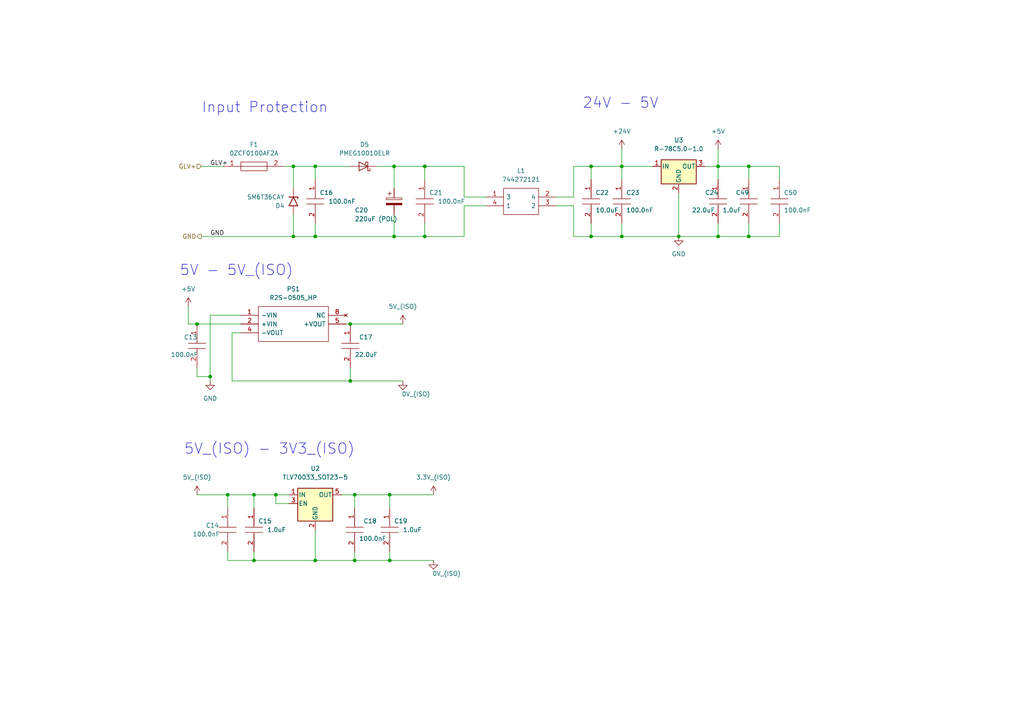
<source format=kicad_sch>
(kicad_sch (version 20211123) (generator eeschema)
  (paper "A4")
  (lib_symbols
    (symbol "0V_(ISO)_1" (power) (pin_names (offset 0))
      (property "Value" "0V_(ISO)_1" (at 0 -5.08 0))
      (symbol "0V_(ISO)_1_0_1"
        (polyline (pts (xy 0 0) (xy 0 -1.27) (xy 1.27 -1.27) (xy 0 -2.54) (xy -1.27 -1.27) (xy 0 -1.27)))
      )
      (symbol "0V_(ISO)_1_1_1"
        (pin power_in line (at 0 0 270) (length 0) hide (name "0V_(ISO)") (number "1"))
      )
    )
    (symbol "0ZCF0100AF2A:0ZCF0100AF2A" (pin_names (offset 0.762))
      (property "Reference" "F" (at 13.97 6.35 0))
      (property "Value" "0ZCF0100AF2A" (at 13.97 3.81 0))
      (symbol "0ZCF0100AF2A_0_0"
        (pin passive line (at 0 0 0) (length 5.08) (name "~") (number "1"))
        (pin passive line (at 17.78 0 180) (length 5.08) (name "~") (number "2"))
      )
      (symbol "0ZCF0100AF2A_0_1"
        (polyline (pts (xy 5.08 0) (xy 12.7 0)) (stroke (width 0.1524)))
        (polyline (pts (xy 5.08 1.27) (xy 12.7 1.27) (xy 12.7 -1.27) (xy 5.08 -1.27) (xy 5.08 1.27)) (stroke (width 0.1524)))
      )
    )
    (symbol "5V_(ISO)_1" (power) (pin_names (offset 0))
      (property "Value" "5V_(ISO)_1" (at 0 5.08 0))
      (symbol "5V_(ISO)_1_0_1"
        (polyline (pts (xy -0.762 1.27) (xy 0 2.54)))
        (polyline (pts (xy 0 0) (xy 0 2.54)))
        (polyline (pts (xy 0 2.54) (xy 0.762 1.27)))
      )
      (symbol "5V_(ISO)_1_1_1"
        (pin power_in line (at 0 0 90) (length 0) hide (name "5V_(ISO)") (number "1"))
      )
    )
    (symbol "744272121:744272121" (pin_names (offset 0.762))
      (property "Reference" "L" (at 16.51 7.62 0))
      (property "Value" "744272121" (at 16.51 5.08 0))
      (symbol "744272121_0_0"
        (pin passive line (at 0 0 0) (length 5.08) (name "3") (number "1"))
        (pin passive line (at 20.32 0 180) (length 5.08) (name "4") (number "2"))
        (pin passive line (at 20.32 -2.54 180) (length 5.08) (name "2") (number "3"))
        (pin passive line (at 0 -2.54 0) (length 5.08) (name "1") (number "4"))
      )
      (symbol "744272121_0_1"
        (polyline (pts (xy 5.08 2.54) (xy 15.24 2.54) (xy 15.24 -5.08) (xy 5.08 -5.08) (xy 5.08 2.54)) (stroke (width 0.1524)))
      )
    )
    (symbol "BMS_Library:CC0805JRX7R8BB104" (pin_names (offset 0.762))
      (property "Reference" "C" (at 8.89 6.35 0))
      (property "Value" "CC0805JRX7R8BB104" (at 8.89 3.81 0))
      (symbol "CC0805JRX7R8BB104_0_0"
        (pin passive line (at 0 0 0) (length 5.08) (name "~") (number "1"))
        (pin passive line (at 12.7 0 180) (length 5.08) (name "~") (number "2"))
      )
      (symbol "CC0805JRX7R8BB104_0_1"
        (polyline (pts (xy 5.08 0) (xy 5.588 0)) (stroke (width 0.1524)))
        (polyline (pts (xy 5.588 2.54) (xy 5.588 -2.54)) (stroke (width 0.1524)))
        (polyline (pts (xy 7.112 0) (xy 7.62 0)) (stroke (width 0.1524)))
        (polyline (pts (xy 7.112 2.54) (xy 7.112 -2.54)) (stroke (width 0.1524)))
      )
    )
    (symbol "Custom Power:+24V" (power) (pin_names (offset 0))
      (property "Value" "+24V" (at 0 3.556 0))
      (symbol "+24V_0_1"
        (polyline (pts (xy -0.762 1.27) (xy 0 2.54)))
        (polyline (pts (xy 0 0) (xy 0 2.54)))
        (polyline (pts (xy 0 2.54) (xy 0.762 1.27)))
      )
      (symbol "+24V_1_1"
        (pin power_in line (at 0 0 90) (length 0) hide (name "+24V") (number "1"))
      )
    )
    (symbol "Custom Power:+5V" (power) (pin_names (offset 0))
      (property "Value" "+5V" (at 0 3.556 0))
      (symbol "+5V_0_1"
        (polyline (pts (xy -0.762 1.27) (xy 0 2.54)))
        (polyline (pts (xy 0 0) (xy 0 2.54)))
        (polyline (pts (xy 0 2.54) (xy 0.762 1.27)))
      )
      (symbol "+5V_1_1"
        (pin power_in line (at 0 0 90) (length 0) hide (name "+5V") (number "1"))
      )
    )
    (symbol "Custom Power:3.3V_(ISO)" (power) (pin_names (offset 0))
      (property "Value" "3.3V_(ISO)" (at 0 3.556 0))
      (symbol "3.3V_(ISO)_0_1"
        (polyline (pts (xy -0.762 1.27) (xy 0 2.54)))
        (polyline (pts (xy 0 0) (xy 0 2.54)))
        (polyline (pts (xy 0 2.54) (xy 0.762 1.27)))
      )
      (symbol "3.3V_(ISO)_1_1"
        (pin power_in line (at 0 0 90) (length 0) hide (name "3.3V_(ISO)") (number "1"))
      )
    )
    (symbol "Custom Power:5V_(ISO)" (power) (pin_names (offset 0))
      (property "Value" "5V_(ISO)" (at 0 3.556 0))
      (symbol "5V_(ISO)_0_1"
        (polyline (pts (xy -0.762 1.27) (xy 0 2.54)))
        (polyline (pts (xy 0 0) (xy 0 2.54)))
        (polyline (pts (xy 0 2.54) (xy 0.762 1.27)))
      )
      (symbol "5V_(ISO)_1_1"
        (pin power_in line (at 0 0 90) (length 0) hide (name "5V_(ISO)") (number "1"))
      )
    )
    (symbol "Device:C_Polarized" (pin_numbers hide) (pin_names (offset 0.254))
      (property "Reference" "C" (at 0.635 2.54 0))
      (property "Value" "C_Polarized" (at 0.635 -2.54 0))
      (symbol "C_Polarized_0_1"
        (rectangle (start -2.286 0.508) (end 2.286 1.016))
        (polyline (pts (xy -1.778 2.286) (xy -0.762 2.286)))
        (polyline (pts (xy -1.27 2.794) (xy -1.27 1.778)))
        (rectangle (start 2.286 -0.508) (end -2.286 -1.016) (fill (type outline)))
      )
      (symbol "C_Polarized_1_1"
        (pin passive line (at 0 3.81 270) (length 2.794) (name "~") (number "1"))
        (pin passive line (at 0 -3.81 90) (length 2.794) (name "~") (number "2"))
      )
    )
    (symbol "Diode:PMEG10010ELR" (pin_numbers hide) (pin_names hide)
      (property "Reference" "D" (at 0 2.54 0))
      (property "Value" "PMEG10010ELR" (at 0 -2.54 0))
      (symbol "PMEG10010ELR_0_1"
        (polyline (pts (xy 1.27 0) (xy -1.27 0)))
        (polyline (pts (xy 1.27 1.27) (xy 1.27 -1.27) (xy -1.27 0) (xy 1.27 1.27)) (stroke (width 0.2032)))
        (polyline (pts (xy -1.905 0.635) (xy -1.905 1.27) (xy -1.27 1.27) (xy -1.27 -1.27) (xy -0.635 -1.27) (xy -0.635 -0.635)) (stroke (width 0.2032)))
      )
      (symbol "PMEG10010ELR_1_1"
        (pin passive line (at -3.81 0 0) (length 2.54) (name "K") (number "1"))
        (pin passive line (at 3.81 0 180) (length 2.54) (name "A") (number "2"))
      )
    )
    (symbol "Diode:SM6T36A" (pin_numbers hide) (pin_names (offset 1.016) hide)
      (property "Reference" "D" (at 0 2.54 0))
      (property "Value" "SM6T36A" (at 0 -2.54 0))
      (symbol "SM6T36A_0_1"
        (polyline (pts (xy -0.762 1.27) (xy -1.27 1.27) (xy -1.27 -1.27)) (stroke (width 0.254)))
        (polyline (pts (xy 1.27 1.27) (xy 1.27 -1.27) (xy -1.27 0) (xy 1.27 1.27)) (stroke (width 0.254)))
      )
      (symbol "SM6T36A_1_1"
        (pin passive line (at -3.81 0 0) (length 2.54) (name "A1") (number "1"))
        (pin passive line (at 3.81 0 180) (length 2.54) (name "A2") (number "2"))
      )
    )
    (symbol "R2S-0505_HP:R2S-0505_HP" (pin_names (offset 0.762))
      (property "Reference" "PS" (at 26.67 7.62 0))
      (property "Value" "R2S-0505_HP" (at 26.67 5.08 0))
      (symbol "R2S-0505_HP_0_0"
        (pin passive line (at 0 0 0) (length 5.08) (name "-VIN") (number "1"))
        (pin passive line (at 0 -2.54 0) (length 5.08) (name "+VIN") (number "2"))
        (pin passive line (at 0 -5.08 0) (length 5.08) (name "-VOUT") (number "4"))
        (pin passive line (at 30.48 -2.54 180) (length 5.08) (name "+VOUT") (number "5"))
        (pin no_connect line (at 30.48 0 180) (length 5.08) (name "NC") (number "8"))
      )
      (symbol "R2S-0505_HP_0_1"
        (polyline (pts (xy 5.08 2.54) (xy 25.4 2.54) (xy 25.4 -7.62) (xy 5.08 -7.62) (xy 5.08 2.54)) (stroke (width 0.1524)))
      )
    )
    (symbol "Regulator_Linear:TLV70033_SOT23-5" (pin_names (offset 0.254))
      (property "Reference" "U" (at -3.81 5.715 0))
      (property "Value" "TLV70033_SOT23-5" (at 0 5.715 0))
      (symbol "TLV70033_SOT23-5_0_1"
        (rectangle (start -5.08 4.445) (end 5.08 -5.08) (stroke (width 0.254)) (fill (type background)))
      )
      (symbol "TLV70033_SOT23-5_1_1"
        (pin power_in line (at -7.62 2.54 0) (length 2.54) (name "IN") (number "1"))
        (pin power_in line (at 0 -7.62 90) (length 2.54) (name "GND") (number "2"))
        (pin input line (at -7.62 0 0) (length 2.54) (name "EN") (number "3"))
        (pin no_connect line (at 5.08 0 180) (length 2.54) hide (name "NC") (number "4"))
        (pin power_out line (at 7.62 2.54 180) (length 2.54) (name "OUT") (number "5"))
      )
    )
    (symbol "Regulator_Switching:R-78C5.0-1.0" (pin_names (offset 0.254))
      (property "Reference" "U" (at -3.81 3.175 0))
      (property "Value" "R-78C5.0-1.0" (at 0 3.175 0))
      (symbol "R-78C5.0-1.0_0_1"
        (rectangle (start -5.08 1.905) (end 5.08 -5.08) (stroke (width 0.254)) (fill (type background)))
      )
      (symbol "R-78C5.0-1.0_1_1"
        (pin power_in line (at -7.62 0 0) (length 2.54) (name "IN") (number "1"))
        (pin power_in line (at 0 -7.62 90) (length 2.54) (name "GND") (number "2"))
        (pin power_out line (at 7.62 0 180) (length 2.54) (name "OUT") (number "3"))
      )
    )
    (symbol "power:GND" (power) (pin_names (offset 0))
      (property "Value" "GND" (at 0 -3.81 0))
      (symbol "GND_0_1"
        (polyline (pts (xy 0 0) (xy 0 -1.27) (xy 1.27 -1.27) (xy 0 -2.54) (xy -1.27 -1.27) (xy 0 -1.27)))
      )
      (symbol "GND_1_1"
        (pin power_in line (at 0 0 270) (length 0) hide (name "GND") (number "1"))
      )
    )
  )
  (junction (at 73.66 143.51))
  (junction (at 180.34 48.26))
  (junction (at 91.44 162.56))
  (junction (at 91.44 68.58))
  (junction (at 101.6 110.49))
  (junction (at 101.6 93.98))
  (junction (at 123.19 48.26))
  (junction (at 171.45 48.26))
  (junction (at 208.28 68.58))
  (junction (at 80.01 143.51))
  (junction (at 196.85 68.58))
  (junction (at 217.17 48.26))
  (junction (at 217.17 68.58))
  (junction (at 114.3 68.58))
  (junction (at 102.87 162.56))
  (junction (at 85.09 68.58))
  (junction (at 113.03 162.56))
  (junction (at 66.04 143.51))
  (junction (at 208.28 48.26))
  (junction (at 57.15 93.98))
  (junction (at 180.34 68.58))
  (junction (at 114.3 48.26))
  (junction (at 123.19 68.58))
  (junction (at 102.87 143.51))
  (junction (at 85.09 48.26))
  (junction (at 73.66 162.56))
  (junction (at 91.44 48.26))
  (junction (at 113.03 143.51))
  (junction (at 60.96 109.22))
  (junction (at 171.45 68.58))
  (wire (pts (xy 85.09 48.26) (xy 85.09 54.61)))
  (wire (pts (xy 180.34 64.77) (xy 180.34 68.58)))
  (wire (pts (xy 113.03 160.02) (xy 113.03 162.56)))
  (wire (pts (xy 196.85 55.88) (xy 196.85 68.58)))
  (wire (pts (xy 102.87 143.51) (xy 113.03 143.51)))
  (wire (pts (xy 208.28 64.77) (xy 208.28 68.58)))
  (wire (pts (xy 102.87 143.51) (xy 102.87 147.32)))
  (wire (pts (xy 66.04 143.51) (xy 66.04 147.32)))
  (wire (pts (xy 102.87 160.02) (xy 102.87 162.56)))
  (wire (pts (xy 83.82 146.05) (xy 80.01 146.05)))
  (wire (pts (xy 73.66 160.02) (xy 73.66 162.56)))
  (wire (pts (xy 166.37 57.15) (xy 166.37 48.26)))
  (wire (pts (xy 57.15 106.68) (xy 57.15 109.22)))
  (wire (pts (xy 180.34 48.26) (xy 189.23 48.26)))
  (wire (pts (xy 91.44 153.67) (xy 91.44 162.56)))
  (wire (pts (xy 208.28 68.58) (xy 196.85 68.58)))
  (wire (pts (xy 171.45 48.26) (xy 180.34 48.26)))
  (wire (pts (xy 91.44 68.58) (xy 114.3 68.58)))
  (wire (pts (xy 208.28 48.26) (xy 217.17 48.26)))
  (wire (pts (xy 204.47 48.26) (xy 208.28 48.26)))
  (wire (pts (xy 123.19 48.26) (xy 123.19 52.07)))
  (wire (pts (xy 67.31 96.52) (xy 67.31 110.49)))
  (wire (pts (xy 140.97 59.69) (xy 134.62 59.69)))
  (wire (pts (xy 58.42 68.58) (xy 85.09 68.58)))
  (wire (pts (xy 217.17 52.07) (xy 217.17 48.26)))
  (wire (pts (xy 101.6 106.68) (xy 101.6 110.49)))
  (wire (pts (xy 66.04 162.56) (xy 73.66 162.56)))
  (wire (pts (xy 101.6 110.49) (xy 116.84 110.49)))
  (wire (pts (xy 208.28 43.18) (xy 208.28 48.26)))
  (wire (pts (xy 54.61 93.98) (xy 57.15 93.98)))
  (wire (pts (xy 66.04 143.51) (xy 73.66 143.51)))
  (wire (pts (xy 123.19 68.58) (xy 134.62 68.58)))
  (wire (pts (xy 54.61 88.9) (xy 54.61 93.98)))
  (wire (pts (xy 171.45 68.58) (xy 166.37 68.58)))
  (wire (pts (xy 80.01 143.51) (xy 83.82 143.51)))
  (wire (pts (xy 91.44 162.56) (xy 102.87 162.56)))
  (wire (pts (xy 114.3 48.26) (xy 114.3 54.61)))
  (wire (pts (xy 91.44 48.26) (xy 101.6 48.26)))
  (wire (pts (xy 123.19 64.77) (xy 123.19 68.58)))
  (wire (pts (xy 140.97 57.15) (xy 134.62 57.15)))
  (wire (pts (xy 99.06 143.51) (xy 102.87 143.51)))
  (wire (pts (xy 100.33 93.98) (xy 101.6 93.98)))
  (wire (pts (xy 161.29 57.15) (xy 166.37 57.15)))
  (wire (pts (xy 114.3 48.26) (xy 123.19 48.26)))
  (wire (pts (xy 73.66 143.51) (xy 80.01 143.51)))
  (wire (pts (xy 226.06 68.58) (xy 217.17 68.58)))
  (wire (pts (xy 60.96 109.22) (xy 60.96 110.49)))
  (wire (pts (xy 85.09 48.26) (xy 91.44 48.26)))
  (wire (pts (xy 102.87 162.56) (xy 113.03 162.56)))
  (wire (pts (xy 60.96 91.44) (xy 60.96 109.22)))
  (wire (pts (xy 114.3 68.58) (xy 123.19 68.58)))
  (wire (pts (xy 113.03 143.51) (xy 125.73 143.51)))
  (wire (pts (xy 101.6 93.98) (xy 116.84 93.98)))
  (wire (pts (xy 161.29 59.69) (xy 166.37 59.69)))
  (wire (pts (xy 109.22 48.26) (xy 114.3 48.26)))
  (wire (pts (xy 134.62 48.26) (xy 134.62 57.15)))
  (wire (pts (xy 217.17 64.77) (xy 217.17 68.58)))
  (wire (pts (xy 134.62 59.69) (xy 134.62 68.58)))
  (wire (pts (xy 217.17 48.26) (xy 226.06 48.26)))
  (wire (pts (xy 196.85 68.58) (xy 180.34 68.58)))
  (wire (pts (xy 166.37 48.26) (xy 171.45 48.26)))
  (wire (pts (xy 57.15 109.22) (xy 60.96 109.22)))
  (wire (pts (xy 73.66 143.51) (xy 73.66 147.32)))
  (wire (pts (xy 114.3 62.23) (xy 114.3 68.58)))
  (wire (pts (xy 57.15 143.51) (xy 66.04 143.51)))
  (wire (pts (xy 73.66 162.56) (xy 91.44 162.56)))
  (wire (pts (xy 113.03 162.56) (xy 125.73 162.56)))
  (wire (pts (xy 166.37 68.58) (xy 166.37 59.69)))
  (wire (pts (xy 208.28 48.26) (xy 208.28 52.07)))
  (wire (pts (xy 66.04 160.02) (xy 66.04 162.56)))
  (wire (pts (xy 91.44 64.77) (xy 91.44 68.58)))
  (wire (pts (xy 60.96 91.44) (xy 69.85 91.44)))
  (wire (pts (xy 180.34 52.07) (xy 180.34 48.26)))
  (wire (pts (xy 67.31 96.52) (xy 69.85 96.52)))
  (wire (pts (xy 134.62 48.26) (xy 123.19 48.26)))
  (wire (pts (xy 226.06 52.07) (xy 226.06 48.26)))
  (wire (pts (xy 57.15 93.98) (xy 69.85 93.98)))
  (wire (pts (xy 217.17 68.58) (xy 208.28 68.58)))
  (wire (pts (xy 80.01 143.51) (xy 80.01 146.05)))
  (wire (pts (xy 113.03 143.51) (xy 113.03 147.32)))
  (wire (pts (xy 171.45 48.26) (xy 171.45 52.07)))
  (wire (pts (xy 171.45 68.58) (xy 180.34 68.58)))
  (wire (pts (xy 58.42 48.26) (xy 64.77 48.26)))
  (wire (pts (xy 171.45 64.77) (xy 171.45 68.58)))
  (wire (pts (xy 226.06 64.77) (xy 226.06 68.58)))
  (wire (pts (xy 82.55 48.26) (xy 85.09 48.26)))
  (wire (pts (xy 180.34 43.18) (xy 180.34 48.26)))
  (wire (pts (xy 85.09 62.23) (xy 85.09 68.58)))
  (wire (pts (xy 101.6 110.49) (xy 67.31 110.49)))
  (wire (pts (xy 91.44 48.26) (xy 91.44 52.07)))
  (wire (pts (xy 85.09 68.58) (xy 91.44 68.58)))
  (text "5V_(ISO) - 3V3_(ISO)\n" (at 53.34 132.08 0) (effects (font (size 3 3)) (justify left bottom)))
  (text "Input Protection " (at 58.42 33.02 0) (effects (font (size 3 3)) (justify left bottom)))
  (text "5V - 5V_(ISO)\n\n" (at 52.07 85.09 0) (effects (font (size 3 3)) (justify left bottom)))
  (text "24V - 5V\n" (at 168.91 31.75 0) (effects (font (size 3 3)) (justify left bottom)))
  (label "GND" (at 60.96 68.58 0))
  (label "GLV+" (at 60.96 48.26 0))
  (hierarchical_label "GND" (shape output) (at 58.42 68.58 180))
  (hierarchical_label "GLV+" (shape input) (at 58.42 48.26 180))
  (symbol (lib_id "Custom Power:+5V") (at 208.28 43.18 0) (unit 1)
    (property "Reference" "#PWR0188" (effects hide))
    (property "Value" "+5V" (at 208.28 38.1 0))
  )
  (symbol (lib_id "BMS_Library:CC0805JRX7R8BB104") (at 171.45 52.07 270) (unit 1)
    (property "Reference" "C22" (at 172.72 55.88 90) (effects (justify left)))
    (property "Value" "10.0uF" (at 172.72 60.96 90) (effects (justify left)))
    (property "Footprint" "Capacitor_SMD:C_0603_1608Metric_Pad1.08x0.95mm_HandSolder" (effects hide))
    (property "Datasheet" "https://www.yageo.com/upload/media/product/productsearch/datasheet/mlcc/UPY-GPHC_X7R_6.3V-to-50V_20.pdf" (effects hide))
    (property "Description" "YAGEO - CC0805JRX7R8BB104 - SMD Multilayer Ceramic Capacitor, 0.1 F, 25 V, 0805 [2012 Metric], +/- 5%, X7R, CC Series" (effects hide))
    (property "Height" "0.95" (effects hide))
    (property "Manufacturer_Name" "YAGEO" (effects hide))
    (property "Manufacturer_Part_Number" "CC0805JRX7R8BB104" (effects hide))
    (property "Mouser Part Number" "603-CC805JRX7R8BB104" (effects hide))
    (property "Mouser Price/Stock" "https://www.mouser.co.uk/ProductDetail/YAGEO/CC0805JRX7R8BB104?qs=AgBp2OyFlx%252BZU4KTc42Krw%3D%3D" (effects hide))
    (property "Arrow Part Number" "CC0805JRX7R8BB104" (effects hide))
    (property "Arrow Price/Stock" "https://www.arrow.com/en/products/cc0805jrx7r8bb104/yageo?region=nac" (effects hide))
  )
  (symbol (lib_id "BMS_Library:CC0805JRX7R8BB104") (at 101.6 93.98 270) (unit 1)
    (property "Reference" "C17" (at 104.14 97.79 90) (effects (justify left)))
    (property "Value" "22.0uF" (at 102.87 102.87 90) (effects (justify left)))
    (property "Footprint" "Capacitor_SMD:C_0805_2012Metric_Pad1.18x1.45mm_HandSolder" (effects hide))
    (property "Datasheet" "https://www.yageo.com/upload/media/product/productsearch/datasheet/mlcc/UPY-GPHC_X7R_6.3V-to-50V_20.pdf" (effects hide))
    (property "Description" "YAGEO - CC0805JRX7R8BB104 - SMD Multilayer Ceramic Capacitor, 0.1 F, 25 V, 0805 [2012 Metric], +/- 5%, X7R, CC Series" (effects hide))
    (property "Height" "0.95" (effects hide))
    (property "Manufacturer_Name" "YAGEO" (effects hide))
    (property "Manufacturer_Part_Number" "CC0805JRX7R8BB104" (effects hide))
    (property "Mouser Part Number" "603-CC805JRX7R8BB104" (effects hide))
    (property "Mouser Price/Stock" "https://www.mouser.co.uk/ProductDetail/YAGEO/CC0805JRX7R8BB104?qs=AgBp2OyFlx%252BZU4KTc42Krw%3D%3D" (effects hide))
    (property "Arrow Part Number" "CC0805JRX7R8BB104" (effects hide))
    (property "Arrow Price/Stock" "https://www.arrow.com/en/products/cc0805jrx7r8bb104/yageo?region=nac" (effects hide))
  )
  (symbol (lib_id "744272121:744272121") (at 140.97 57.15 0) (unit 1)
    (property "Reference" "L1" (at 151.13 49.53 0))
    (property "Value" "744272121" (at 151.13 52.07 0))
    (property "Footprint" "BMS_Library:WE-SL575" (effects hide))
    (property "Datasheet" "http://componentsearchengine.com/Datasheets/1/744272121.pdf" (effects hide))
    (property "Description" "Wurth WE-SL5 Series Wire-wound SMD Inductor with a Ferrite Core, 120 uH +/-40% Sectional Winding 2500mA Idc" (effects hide))
    (property "Manufacturer_Name" "Wurth Elektronik" (effects hide))
    (property "Manufacturer_Part_Number" "744272121" (effects hide))
    (property "Mouser Part Number" "710-744272121" (effects hide))
    (property "Mouser Price/Stock" "https://www.mouser.co.uk/ProductDetail/Wurth-Elektronik/744272121?qs=PGXP4M47uW7bXHmb3ZYlsQ%3D%3D" (effects hide))
  )
  (symbol (lib_id "BMS_Library:CC0805JRX7R8BB104") (at 91.44 52.07 270) (unit 1)
    (property "Reference" "C16" (at 92.71 55.88 90) (effects (justify left)))
    (property "Value" "100.0nF" (at 95.25 58.42 90) (effects (justify left)))
    (property "Footprint" "Capacitor_SMD:C_0805_2012Metric_Pad1.18x1.45mm_HandSolder" (effects hide))
    (property "Datasheet" "https://www.yageo.com/upload/media/product/productsearch/datasheet/mlcc/UPY-GPHC_X7R_6.3V-to-50V_20.pdf" (effects hide))
    (property "Description" "YAGEO - CC0805JRX7R8BB104 - SMD Multilayer Ceramic Capacitor, 0.1 F, 25 V, 0805 [2012 Metric], +/- 5%, X7R, CC Series" (effects hide))
    (property "Height" "0.95" (effects hide))
    (property "Manufacturer_Name" "YAGEO" (effects hide))
    (property "Manufacturer_Part_Number" "CC0805JRX7R8BB104" (effects hide))
    (property "Mouser Part Number" "603-CC805JRX7R8BB104" (effects hide))
    (property "Mouser Price/Stock" "https://www.mouser.co.uk/ProductDetail/YAGEO/CC0805JRX7R8BB104?qs=AgBp2OyFlx%252BZU4KTc42Krw%3D%3D" (effects hide))
    (property "Arrow Part Number" "CC0805JRX7R8BB104" (effects hide))
    (property "Arrow Price/Stock" "https://www.arrow.com/en/products/cc0805jrx7r8bb104/yageo?region=nac" (effects hide))
  )
  (symbol (lib_id "BMS_Library:CC0805JRX7R8BB104") (at 66.04 147.32 270) (unit 1)
    (property "Reference" "C14" (at 59.69 152.4 90) (effects (justify left)))
    (property "Value" "100.0nF" (at 55.88 154.94 90) (effects (justify left)))
    (property "Footprint" "Capacitor_SMD:C_0603_1608Metric_Pad1.08x0.95mm_HandSolder" (effects hide))
    (property "Datasheet" "https://www.yageo.com/upload/media/product/productsearch/datasheet/mlcc/UPY-GPHC_X7R_6.3V-to-50V_20.pdf" (effects hide))
    (property "Description" "YAGEO - CC0805JRX7R8BB104 - SMD Multilayer Ceramic Capacitor, 0.1 F, 25 V, 0805 [2012 Metric], +/- 5%, X7R, CC Series" (effects hide))
    (property "Height" "0.95" (effects hide))
    (property "Manufacturer_Name" "YAGEO" (effects hide))
    (property "Manufacturer_Part_Number" "CC0805JRX7R8BB104" (effects hide))
    (property "Mouser Part Number" "603-CC805JRX7R8BB104" (effects hide))
    (property "Mouser Price/Stock" "https://www.mouser.co.uk/ProductDetail/YAGEO/CC0805JRX7R8BB104?qs=AgBp2OyFlx%252BZU4KTc42Krw%3D%3D" (effects hide))
    (property "Arrow Part Number" "CC0805JRX7R8BB104" (effects hide))
    (property "Arrow Price/Stock" "https://www.arrow.com/en/products/cc0805jrx7r8bb104/yageo?region=nac" (effects hide))
  )
  (symbol (lib_id "Diode:PMEG10010ELR") (at 105.41 48.26 180) (unit 1)
    (property "Reference" "D5" (at 105.7275 41.91 0))
    (property "Value" "PMEG10010ELR" (at 105.7275 44.45 0))
    (property "Footprint" "Diode_SMD:Nexperia_CFP3_SOD-123W" (effects hide))
    (property "Datasheet" "https://assets.nexperia.com/documents/data-sheet/PMEG10010ELR.pdf" (effects hide))
  )
  (symbol (lib_name "0V_(ISO)_1") (lib_id "Custom Power:0V_(ISO)") (at 125.73 162.56 0) (unit 1)
    (property "Reference" "#PWR0125" (effects hide))
    (property "Value" "0V_(ISO)" (at 129.54 166.37 0))
  )
  (symbol (lib_id "0ZCF0100AF2A:0ZCF0100AF2A") (at 64.77 48.26 0) (unit 1)
    (property "Reference" "F1" (at 73.66 41.91 0))
    (property "Value" "0ZCF0100AF2A" (at 73.66 44.45 0))
    (property "Footprint" "BMS_Library:FUSC7451X170N" (effects hide))
    (property "Datasheet" "https://componentsearchengine.com/Datasheets/1/0ZCF0100AF2A.pdf" (effects hide))
    (property "Description" "Resettable Fuses - PPTC 1A 60V PPTC 2920 SMD" (effects hide))
    (property "Height" "1.7" (effects hide))
    (property "Manufacturer_Name" "BelFuse" (effects hide))
    (property "Manufacturer_Part_Number" "0ZCF0100AF2A" (effects hide))
    (property "Mouser Part Number" "530-0ZCF0100AF2A" (effects hide))
    (property "Mouser Price/Stock" "https://www.mouser.co.uk/ProductDetail/Bel-Fuse/0ZCF0100AF2A?qs=jyPKP7YLNfDyY7GbSCl%252BVQ%3D%3D" (effects hide))
    (property "Arrow Part Number" "0ZCF0100AF2A" (effects hide))
    (property "Arrow Price/Stock" "https://www.arrow.com/en/products/0zcf0100af2a/bel-group" (effects hide))
  )
  (symbol (lib_id "BMS_Library:CC0805JRX7R8BB104") (at 180.34 52.07 270) (unit 1)
    (property "Reference" "C23" (at 181.61 55.88 90) (effects (justify left)))
    (property "Value" "100.0nF" (at 181.61 60.96 90) (effects (justify left)))
    (property "Footprint" "Capacitor_SMD:C_0603_1608Metric_Pad1.08x0.95mm_HandSolder" (effects hide))
    (property "Datasheet" "https://www.yageo.com/upload/media/product/productsearch/datasheet/mlcc/UPY-GPHC_X7R_6.3V-to-50V_20.pdf" (effects hide))
    (property "Description" "YAGEO - CC0805JRX7R8BB104 - SMD Multilayer Ceramic Capacitor, 0.1 F, 25 V, 0805 [2012 Metric], +/- 5%, X7R, CC Series" (effects hide))
    (property "Height" "0.95" (effects hide))
    (property "Manufacturer_Name" "YAGEO" (effects hide))
    (property "Manufacturer_Part_Number" "CC0805JRX7R8BB104" (effects hide))
    (property "Mouser Part Number" "603-CC805JRX7R8BB104" (effects hide))
    (property "Mouser Price/Stock" "https://www.mouser.co.uk/ProductDetail/YAGEO/CC0805JRX7R8BB104?qs=AgBp2OyFlx%252BZU4KTc42Krw%3D%3D" (effects hide))
    (property "Arrow Part Number" "CC0805JRX7R8BB104" (effects hide))
    (property "Arrow Price/Stock" "https://www.arrow.com/en/products/cc0805jrx7r8bb104/yageo?region=nac" (effects hide))
  )
  (symbol (lib_id "BMS_Library:CC0805JRX7R8BB104") (at 113.03 147.32 270) (unit 1)
    (property "Reference" "C19" (at 114.3 151.13 90) (effects (justify left)))
    (property "Value" "1.0uF" (at 116.84 153.67 90) (effects (justify left)))
    (property "Footprint" "Capacitor_SMD:C_0603_1608Metric_Pad1.08x0.95mm_HandSolder" (effects hide))
    (property "Datasheet" "https://www.yageo.com/upload/media/product/productsearch/datasheet/mlcc/UPY-GPHC_X7R_6.3V-to-50V_20.pdf" (effects hide))
    (property "Description" "YAGEO - CC0805JRX7R8BB104 - SMD Multilayer Ceramic Capacitor, 0.1 F, 25 V, 0805 [2012 Metric], +/- 5%, X7R, CC Series" (effects hide))
    (property "Height" "0.95" (effects hide))
    (property "Manufacturer_Name" "YAGEO" (effects hide))
    (property "Manufacturer_Part_Number" "CC0805JRX7R8BB104" (effects hide))
    (property "Mouser Part Number" "603-CC805JRX7R8BB104" (effects hide))
    (property "Mouser Price/Stock" "https://www.mouser.co.uk/ProductDetail/YAGEO/CC0805JRX7R8BB104?qs=AgBp2OyFlx%252BZU4KTc42Krw%3D%3D" (effects hide))
    (property "Arrow Part Number" "CC0805JRX7R8BB104" (effects hide))
    (property "Arrow Price/Stock" "https://www.arrow.com/en/products/cc0805jrx7r8bb104/yageo?region=nac" (effects hide))
  )
  (symbol (lib_id "BMS_Library:CC0805JRX7R8BB104") (at 123.19 52.07 270) (unit 1)
    (property "Reference" "C21" (at 124.46 55.88 90) (effects (justify left)))
    (property "Value" "100.0nF" (at 127 58.42 90) (effects (justify left)))
    (property "Footprint" "Capacitor_SMD:C_0603_1608Metric_Pad1.08x0.95mm_HandSolder" (effects hide))
    (property "Datasheet" "https://www.yageo.com/upload/media/product/productsearch/datasheet/mlcc/UPY-GPHC_X7R_6.3V-to-50V_20.pdf" (effects hide))
    (property "Description" "YAGEO - CC0805JRX7R8BB104 - SMD Multilayer Ceramic Capacitor, 0.1 F, 25 V, 0805 [2012 Metric], +/- 5%, X7R, CC Series" (effects hide))
    (property "Height" "0.95" (effects hide))
    (property "Manufacturer_Name" "YAGEO" (effects hide))
    (property "Manufacturer_Part_Number" "CC0805JRX7R8BB104" (effects hide))
    (property "Mouser Part Number" "603-CC805JRX7R8BB104" (effects hide))
    (property "Mouser Price/Stock" "https://www.mouser.co.uk/ProductDetail/YAGEO/CC0805JRX7R8BB104?qs=AgBp2OyFlx%252BZU4KTc42Krw%3D%3D" (effects hide))
    (property "Arrow Part Number" "CC0805JRX7R8BB104" (effects hide))
    (property "Arrow Price/Stock" "https://www.arrow.com/en/products/cc0805jrx7r8bb104/yageo?region=nac" (effects hide))
  )
  (symbol (lib_id "Custom Power:5V_(ISO)") (at 116.84 93.98 0) (unit 1)
    (property "Reference" "#PWR0128" (effects hide))
    (property "Value" "5V_(ISO)" (at 116.84 88.9 0))
  )
  (symbol (lib_name "5V_(ISO)_1") (lib_id "Custom Power:5V_(ISO)") (at 57.15 143.51 0) (unit 1)
    (property "Reference" "#PWR0182" (effects hide))
    (property "Value" "5V_(ISO)" (at 57.15 138.43 0))
  )
  (symbol (lib_id "Device:C_Polarized") (at 114.3 58.42 0) (unit 1)
    (property "Reference" "C20" (at 102.87 60.96 0) (effects (justify left)))
    (property "Value" "220uF (POL)" (at 102.87 63.5 0) (effects (justify left)))
    (property "Footprint" "Capacitor_SMD:C_0805_2012Metric_Pad1.18x1.45mm_HandSolder" (effects hide))
  )
  (symbol (lib_id "BMS_Library:CC0805JRX7R8BB104") (at 226.06 52.07 270) (unit 1)
    (property "Reference" "C50" (at 227.33 55.88 90) (effects (justify left)))
    (property "Value" "100.0nF" (at 227.33 60.96 90) (effects (justify left)))
    (property "Footprint" "Capacitor_SMD:C_0603_1608Metric_Pad1.08x0.95mm_HandSolder" (effects hide))
    (property "Datasheet" "https://www.yageo.com/upload/media/product/productsearch/datasheet/mlcc/UPY-GPHC_X7R_6.3V-to-50V_20.pdf" (effects hide))
    (property "Description" "YAGEO - CC0805JRX7R8BB104 - SMD Multilayer Ceramic Capacitor, 0.1 F, 25 V, 0805 [2012 Metric], +/- 5%, X7R, CC Series" (effects hide))
    (property "Height" "0.95" (effects hide))
    (property "Manufacturer_Name" "YAGEO" (effects hide))
    (property "Manufacturer_Part_Number" "CC0805JRX7R8BB104" (effects hide))
    (property "Mouser Part Number" "603-CC805JRX7R8BB104" (effects hide))
    (property "Mouser Price/Stock" "https://www.mouser.co.uk/ProductDetail/YAGEO/CC0805JRX7R8BB104?qs=AgBp2OyFlx%252BZU4KTc42Krw%3D%3D" (effects hide))
    (property "Arrow Part Number" "CC0805JRX7R8BB104" (effects hide))
    (property "Arrow Price/Stock" "https://www.arrow.com/en/products/cc0805jrx7r8bb104/yageo?region=nac" (effects hide))
  )
  (symbol (lib_id "Custom Power:+5V") (at 54.61 88.9 0) (unit 1)
    (property "Reference" "#PWR0187" (effects hide))
    (property "Value" "+5V" (at 54.61 83.82 0))
  )
  (symbol (lib_id "Regulator_Linear:TLV70033_SOT23-5") (at 91.44 146.05 0) (unit 1)
    (property "Reference" "U2" (at 91.44 135.89 0))
    (property "Value" "TLV70033_SOT23-5" (at 91.44 138.43 0))
    (property "Footprint" "Package_TO_SOT_SMD:SOT-23-5" (effects hide))
    (property "Datasheet" "http://www.ti.com/lit/ds/symlink/tlv700.pdf" (effects hide))
  )
  (symbol (lib_id "BMS_Library:CC0805JRX7R8BB104") (at 57.15 93.98 270) (unit 1)
    (property "Reference" "C13" (at 53.34 97.79 90) (effects (justify left)))
    (property "Value" "100.0nF" (at 49.53 102.87 90) (effects (justify left)))
    (property "Footprint" "Capacitor_SMD:C_0603_1608Metric_Pad1.08x0.95mm_HandSolder" (effects hide))
    (property "Datasheet" "https://www.yageo.com/upload/media/product/productsearch/datasheet/mlcc/UPY-GPHC_X7R_6.3V-to-50V_20.pdf" (effects hide))
    (property "Description" "YAGEO - CC0805JRX7R8BB104 - SMD Multilayer Ceramic Capacitor, 0.1 F, 25 V, 0805 [2012 Metric], +/- 5%, X7R, CC Series" (effects hide))
    (property "Height" "0.95" (effects hide))
    (property "Manufacturer_Name" "YAGEO" (effects hide))
    (property "Manufacturer_Part_Number" "CC0805JRX7R8BB104" (effects hide))
    (property "Mouser Part Number" "603-CC805JRX7R8BB104" (effects hide))
    (property "Mouser Price/Stock" "https://www.mouser.co.uk/ProductDetail/YAGEO/CC0805JRX7R8BB104?qs=AgBp2OyFlx%252BZU4KTc42Krw%3D%3D" (effects hide))
    (property "Arrow Part Number" "CC0805JRX7R8BB104" (effects hide))
    (property "Arrow Price/Stock" "https://www.arrow.com/en/products/cc0805jrx7r8bb104/yageo?region=nac" (effects hide))
  )
  (symbol (lib_id "power:GND") (at 196.85 68.58 0) (unit 1)
    (property "Reference" "#PWR0129" (effects hide))
    (property "Value" "GND" (at 196.85 73.66 0))
  )
  (symbol (lib_id "Custom Power:+24V") (at 180.34 43.18 0) (unit 1)
    (property "Reference" "#PWR0186" (effects hide))
    (property "Value" "+24V" (at 180.34 38.1 0))
  )
  (symbol (lib_id "Regulator_Switching:R-78C5.0-1.0") (at 196.85 48.26 0) (unit 1)
    (property "Reference" "U3" (at 196.85 40.64 0))
    (property "Value" "R-78C5.0-1.0" (at 196.85 43.18 0))
    (property "Footprint" "Converter_DCDC:Converter_DCDC_RECOM_R-78E-0.5_THT" (effects hide))
    (property "Datasheet" "https://www.recom-power.com/pdf/Innoline/R-78Cxx-1.0.pdf" (effects hide))
  )
  (symbol (lib_name "0V_(ISO)_1") (lib_id "Custom Power:0V_(ISO)") (at 116.84 110.49 0) (unit 1)
    (property "Reference" "#PWR0127" (effects hide))
    (property "Value" "0V_(ISO)" (at 120.65 114.3 0))
  )
  (symbol (lib_id "BMS_Library:CC0805JRX7R8BB104") (at 102.87 147.32 270) (unit 1)
    (property "Reference" "C18" (at 105.41 151.13 90) (effects (justify left)))
    (property "Value" "100.0nF" (at 104.14 156.21 90) (effects (justify left)))
    (property "Footprint" "Capacitor_SMD:C_0603_1608Metric_Pad1.08x0.95mm_HandSolder" (effects hide))
    (property "Datasheet" "https://www.yageo.com/upload/media/product/productsearch/datasheet/mlcc/UPY-GPHC_X7R_6.3V-to-50V_20.pdf" (effects hide))
    (property "Description" "YAGEO - CC0805JRX7R8BB104 - SMD Multilayer Ceramic Capacitor, 0.1 F, 25 V, 0805 [2012 Metric], +/- 5%, X7R, CC Series" (effects hide))
    (property "Height" "0.95" (effects hide))
    (property "Manufacturer_Name" "YAGEO" (effects hide))
    (property "Manufacturer_Part_Number" "CC0805JRX7R8BB104" (effects hide))
    (property "Mouser Part Number" "603-CC805JRX7R8BB104" (effects hide))
    (property "Mouser Price/Stock" "https://www.mouser.co.uk/ProductDetail/YAGEO/CC0805JRX7R8BB104?qs=AgBp2OyFlx%252BZU4KTc42Krw%3D%3D" (effects hide))
    (property "Arrow Part Number" "CC0805JRX7R8BB104" (effects hide))
    (property "Arrow Price/Stock" "https://www.arrow.com/en/products/cc0805jrx7r8bb104/yageo?region=nac" (effects hide))
  )
  (symbol (lib_id "BMS_Library:CC0805JRX7R8BB104") (at 208.28 52.07 270) (unit 1)
    (property "Reference" "C24" (at 204.47 55.88 90) (effects (justify left)))
    (property "Value" "22.0uF" (at 200.66 60.96 90) (effects (justify left)))
    (property "Footprint" "Capacitor_SMD:C_0805_2012Metric_Pad1.18x1.45mm_HandSolder" (effects hide))
    (property "Datasheet" "https://www.yageo.com/upload/media/product/productsearch/datasheet/mlcc/UPY-GPHC_X7R_6.3V-to-50V_20.pdf" (effects hide))
    (property "Description" "YAGEO - CC0805JRX7R8BB104 - SMD Multilayer Ceramic Capacitor, 0.1 F, 25 V, 0805 [2012 Metric], +/- 5%, X7R, CC Series" (effects hide))
    (property "Height" "0.95" (effects hide))
    (property "Manufacturer_Name" "YAGEO" (effects hide))
    (property "Manufacturer_Part_Number" "CC0805JRX7R8BB104" (effects hide))
    (property "Mouser Part Number" "603-CC805JRX7R8BB104" (effects hide))
    (property "Mouser Price/Stock" "https://www.mouser.co.uk/ProductDetail/YAGEO/CC0805JRX7R8BB104?qs=AgBp2OyFlx%252BZU4KTc42Krw%3D%3D" (effects hide))
    (property "Arrow Part Number" "CC0805JRX7R8BB104" (effects hide))
    (property "Arrow Price/Stock" "https://www.arrow.com/en/products/cc0805jrx7r8bb104/yageo?region=nac" (effects hide))
  )
  (symbol (lib_id "Custom Power:3.3V_(ISO)") (at 125.73 143.51 0) (unit 1)
    (property "Reference" "#PWR0114" (effects hide))
    (property "Value" "3.3V_(ISO)" (at 125.73 138.43 0))
  )
  (symbol (lib_id "BMS_Library:CC0805JRX7R8BB104") (at 217.17 52.07 270) (unit 1)
    (property "Reference" "C49" (at 213.36 55.88 90) (effects (justify left)))
    (property "Value" "1.0uF" (at 209.55 60.96 90) (effects (justify left)))
    (property "Footprint" "Capacitor_SMD:C_0603_1608Metric_Pad1.08x0.95mm_HandSolder" (effects hide))
    (property "Datasheet" "https://www.yageo.com/upload/media/product/productsearch/datasheet/mlcc/UPY-GPHC_X7R_6.3V-to-50V_20.pdf" (effects hide))
    (property "Description" "YAGEO - CC0805JRX7R8BB104 - SMD Multilayer Ceramic Capacitor, 0.1 F, 25 V, 0805 [2012 Metric], +/- 5%, X7R, CC Series" (effects hide))
    (property "Height" "0.95" (effects hide))
    (property "Manufacturer_Name" "YAGEO" (effects hide))
    (property "Manufacturer_Part_Number" "CC0805JRX7R8BB104" (effects hide))
    (property "Mouser Part Number" "603-CC805JRX7R8BB104" (effects hide))
    (property "Mouser Price/Stock" "https://www.mouser.co.uk/ProductDetail/YAGEO/CC0805JRX7R8BB104?qs=AgBp2OyFlx%252BZU4KTc42Krw%3D%3D" (effects hide))
    (property "Arrow Part Number" "CC0805JRX7R8BB104" (effects hide))
    (property "Arrow Price/Stock" "https://www.arrow.com/en/products/cc0805jrx7r8bb104/yageo?region=nac" (effects hide))
  )
  (symbol (lib_id "BMS_Library:CC0805JRX7R8BB104") (at 73.66 147.32 270) (unit 1)
    (property "Reference" "C15" (at 74.93 151.13 90) (effects (justify left)))
    (property "Value" "1.0uF" (at 77.47 153.67 90) (effects (justify left)))
    (property "Footprint" "Capacitor_SMD:C_0603_1608Metric_Pad1.08x0.95mm_HandSolder" (effects hide))
    (property "Datasheet" "https://www.yageo.com/upload/media/product/productsearch/datasheet/mlcc/UPY-GPHC_X7R_6.3V-to-50V_20.pdf" (effects hide))
    (property "Description" "YAGEO - CC0805JRX7R8BB104 - SMD Multilayer Ceramic Capacitor, 0.1 F, 25 V, 0805 [2012 Metric], +/- 5%, X7R, CC Series" (effects hide))
    (property "Height" "0.95" (effects hide))
    (property "Manufacturer_Name" "YAGEO" (effects hide))
    (property "Manufacturer_Part_Number" "CC0805JRX7R8BB104" (effects hide))
    (property "Mouser Part Number" "603-CC805JRX7R8BB104" (effects hide))
    (property "Mouser Price/Stock" "https://www.mouser.co.uk/ProductDetail/YAGEO/CC0805JRX7R8BB104?qs=AgBp2OyFlx%252BZU4KTc42Krw%3D%3D" (effects hide))
    (property "Arrow Part Number" "CC0805JRX7R8BB104" (effects hide))
    (property "Arrow Price/Stock" "https://www.arrow.com/en/products/cc0805jrx7r8bb104/yageo?region=nac" (effects hide))
  )
  (symbol (lib_id "power:GND") (at 60.96 110.49 0) (unit 1)
    (property "Reference" "#PWR0126" (effects hide))
    (property "Value" "GND" (at 60.96 115.57 0))
  )
  (symbol (lib_id "R2S-0505_HP:R2S-0505_HP") (at 69.85 91.44 0) (unit 1)
    (property "Reference" "PS1" (at 85.09 83.82 0))
    (property "Value" "R2S-0505_HP" (at 85.09 86.36 0))
    (property "Footprint" "BMS_Library:R2S0505HP" (effects hide))
    (property "Datasheet" "https://www.recom-power.com/pdf/Econoline/R2S_R2D.pdf" (effects hide))
    (property "Description" "RECOM POWER - R2S-0505/HP - DC-DC CONV, MEDICAL, 5V, 0.4A" (effects hide))
    (property "Height" "9.5" (effects hide))
    (property "Manufacturer_Name" "RECOM Power" (effects hide))
    (property "Manufacturer_Part_Number" "R2S-0505/HP" (effects hide))
    (property "Mouser Part Number" "919-R2S-0505HP" (effects hide))
    (property "Mouser Price/Stock" "https://www.mouser.co.uk/ProductDetail/RECOM-Power/R2S-0505-HP?qs=XF8hdbuHJAUTiUqMax4myg%3D%3D" (effects hide))
    (property "Arrow Part Number" "R2S-0505/HP" (effects hide))
    (property "Arrow Price/Stock" "https://www.arrow.com/en/products/r2s-0505hp/recom-power?region=nac" (effects hide))
  )
  (symbol (lib_id "Diode:SM6T36A") (at 85.09 58.42 270) (unit 1)
    (property "Reference" "D4" (at 82.55 59.69 90) (effects (justify right)))
    (property "Value" "SM6T36CAY" (at 82.55 57.15 90) (effects (justify right)))
    (property "Footprint" "Diode_SMD:D_SMB" (effects hide))
    (property "Datasheet" "https://www.st.com/resource/en/datasheet/sm6t.pdf" (effects hide))
  )
)
</source>
